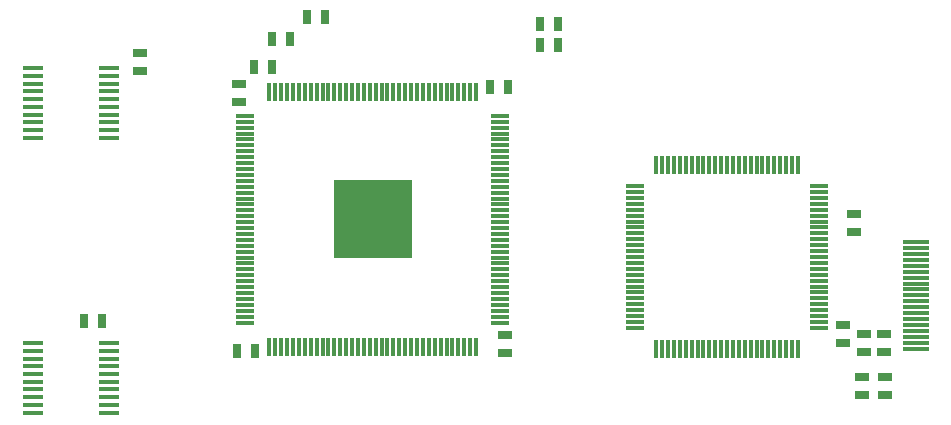
<source format=gtp>
G04 #@! TF.FileFunction,Paste,Top*
%FSLAX46Y46*%
G04 Gerber Fmt 4.6, Leading zero omitted, Abs format (unit mm)*
G04 Created by KiCad (PCBNEW 4.0.4+dfsg1-stable) date Tue Oct 11 00:50:57 2016*
%MOMM*%
%LPD*%
G01*
G04 APERTURE LIST*
%ADD10C,0.150000*%
%ADD11R,2.200000X0.300000*%
%ADD12R,0.300000X1.600000*%
%ADD13R,1.600000X0.300000*%
%ADD14R,6.700000X6.700000*%
%ADD15R,1.143000X0.635000*%
%ADD16R,0.635000X1.143000*%
%ADD17R,1.700000X0.400000*%
G04 APERTURE END LIST*
D10*
D11*
X123300000Y-46650000D03*
X123300000Y-47150000D03*
X123300000Y-47650000D03*
X123300000Y-48150000D03*
X123300000Y-48650000D03*
X123300000Y-49150000D03*
X123300000Y-49650000D03*
X123300000Y-50150000D03*
X123300000Y-50650000D03*
X123300000Y-51150000D03*
X123300000Y-51650000D03*
X123300000Y-52150000D03*
X123300000Y-52650000D03*
X123300000Y-53150000D03*
X123300000Y-53650000D03*
X123300000Y-54150000D03*
X123300000Y-54650000D03*
X123300000Y-55150000D03*
X123300000Y-55650000D03*
D12*
X86050000Y-33900000D03*
X85550000Y-33900000D03*
X85050000Y-33900000D03*
X84550000Y-33900000D03*
X84050000Y-33900000D03*
X83550000Y-33900000D03*
X83050000Y-33900000D03*
X82550000Y-33900000D03*
X82050000Y-33900000D03*
X81550000Y-33900000D03*
X81050000Y-33900000D03*
X80550000Y-33900000D03*
X80050000Y-33900000D03*
X79550000Y-33900000D03*
X79050000Y-33900000D03*
X78550000Y-33900000D03*
X78050000Y-33900000D03*
X77550000Y-33900000D03*
X77050000Y-33900000D03*
X76550000Y-33900000D03*
X76050000Y-33900000D03*
X75550000Y-33900000D03*
X75050000Y-33900000D03*
X74550000Y-33900000D03*
X74050000Y-33900000D03*
X73550000Y-33900000D03*
X73050000Y-33900000D03*
X72550000Y-33900000D03*
X72050000Y-33900000D03*
X71550000Y-33900000D03*
X71050000Y-33900000D03*
X70550000Y-33900000D03*
X70050000Y-33900000D03*
X69550000Y-33900000D03*
X69050000Y-33900000D03*
X68550000Y-33900000D03*
D13*
X66500000Y-35950000D03*
X66500000Y-36450000D03*
X66500000Y-36950000D03*
X66500000Y-37450000D03*
X66500000Y-37950000D03*
X66500000Y-38450000D03*
X66500000Y-38950000D03*
X66500000Y-39450000D03*
X66500000Y-39950000D03*
X66500000Y-40450000D03*
X66500000Y-40950000D03*
X66500000Y-41450000D03*
X66500000Y-41950000D03*
X66500000Y-42450000D03*
X66500000Y-42950000D03*
X66500000Y-43450000D03*
X66500000Y-43950000D03*
X66500000Y-44450000D03*
X66500000Y-44950000D03*
X66500000Y-45450000D03*
X66500000Y-45950000D03*
X66500000Y-46450000D03*
X66500000Y-46950000D03*
X66500000Y-47450000D03*
X66500000Y-47950000D03*
X66500000Y-48450000D03*
X66500000Y-48950000D03*
X66500000Y-49450000D03*
X66500000Y-49950000D03*
X66500000Y-50450000D03*
X66500000Y-50950000D03*
X66500000Y-51450000D03*
X66500000Y-51950000D03*
X66500000Y-52450000D03*
X66500000Y-52950000D03*
X66500000Y-53450000D03*
D12*
X68550000Y-55500000D03*
X69050000Y-55500000D03*
X69550000Y-55500000D03*
X70050000Y-55500000D03*
X70550000Y-55500000D03*
X71050000Y-55500000D03*
X71550000Y-55500000D03*
X72050000Y-55500000D03*
X72550000Y-55500000D03*
X73050000Y-55500000D03*
X73550000Y-55500000D03*
X74050000Y-55500000D03*
X74550000Y-55500000D03*
X75050000Y-55500000D03*
X75550000Y-55500000D03*
X76050000Y-55500000D03*
X76550000Y-55500000D03*
X77050000Y-55500000D03*
X77550000Y-55500000D03*
X78050000Y-55500000D03*
X78550000Y-55500000D03*
X79050000Y-55500000D03*
X79550000Y-55500000D03*
X80050000Y-55500000D03*
X80550000Y-55500000D03*
X81050000Y-55500000D03*
X81550000Y-55500000D03*
X82050000Y-55500000D03*
X82550000Y-55500000D03*
X83050000Y-55500000D03*
X83550000Y-55500000D03*
X84050000Y-55500000D03*
X84550000Y-55500000D03*
X85050000Y-55500000D03*
X85550000Y-55500000D03*
X86050000Y-55500000D03*
D13*
X88100000Y-53450000D03*
X88100000Y-52950000D03*
X88100000Y-52450000D03*
X88100000Y-51950000D03*
X88100000Y-51450000D03*
X88100000Y-50950000D03*
X88100000Y-50450000D03*
X88100000Y-49950000D03*
X88100000Y-49450000D03*
X88100000Y-48950000D03*
X88100000Y-48450000D03*
X88100000Y-47950000D03*
X88100000Y-47450000D03*
X88100000Y-46950000D03*
X88100000Y-46450000D03*
X88100000Y-45950000D03*
X88100000Y-45450000D03*
X88100000Y-44950000D03*
X88100000Y-44450000D03*
X88100000Y-43950000D03*
X88100000Y-43450000D03*
X88100000Y-42950000D03*
X88100000Y-42450000D03*
X88100000Y-41950000D03*
X88100000Y-41450000D03*
X88100000Y-40950000D03*
X88100000Y-40450000D03*
X88100000Y-39950000D03*
X88100000Y-39450000D03*
X88100000Y-38950000D03*
X88100000Y-38450000D03*
X88100000Y-37950000D03*
X88100000Y-37450000D03*
X88100000Y-36950000D03*
X88100000Y-36450000D03*
X88100000Y-35950000D03*
D14*
X77300000Y-44700000D03*
D12*
X101300000Y-55700000D03*
X101800000Y-55700000D03*
X102300000Y-55700000D03*
X102800000Y-55700000D03*
X103300000Y-55700000D03*
X103800000Y-55700000D03*
X104300000Y-55700000D03*
X104800000Y-55700000D03*
X105300000Y-55700000D03*
X105800000Y-55700000D03*
X106300000Y-55700000D03*
X106800000Y-55700000D03*
X107300000Y-55700000D03*
X107800000Y-55700000D03*
X108300000Y-55700000D03*
X108800000Y-55700000D03*
X109300000Y-55700000D03*
X109800000Y-55700000D03*
X110300000Y-55700000D03*
X110800000Y-55700000D03*
X111300000Y-55700000D03*
X111800000Y-55700000D03*
X112300000Y-55700000D03*
X112800000Y-55700000D03*
X113300000Y-55700000D03*
D13*
X115100000Y-53900000D03*
X115100000Y-53400000D03*
X115100000Y-52900000D03*
X115100000Y-52400000D03*
X115100000Y-51900000D03*
X115100000Y-51400000D03*
X115100000Y-50900000D03*
X115100000Y-50400000D03*
X115100000Y-49900000D03*
X115100000Y-49400000D03*
X115100000Y-48900000D03*
X115100000Y-48400000D03*
X115100000Y-47900000D03*
X115100000Y-47400000D03*
X115100000Y-46900000D03*
X115100000Y-46400000D03*
X115100000Y-45900000D03*
X115100000Y-45400000D03*
X115100000Y-44900000D03*
X115100000Y-44400000D03*
X115100000Y-43900000D03*
X115100000Y-43400000D03*
X115100000Y-42900000D03*
X115100000Y-42400000D03*
X115100000Y-41900000D03*
D12*
X113300000Y-40100000D03*
X112800000Y-40100000D03*
X112300000Y-40100000D03*
X111800000Y-40100000D03*
X111300000Y-40100000D03*
X110800000Y-40100000D03*
X110300000Y-40100000D03*
X109800000Y-40100000D03*
X109300000Y-40100000D03*
X108800000Y-40100000D03*
X108300000Y-40100000D03*
X107800000Y-40100000D03*
X107300000Y-40100000D03*
X106800000Y-40100000D03*
X106300000Y-40100000D03*
X105800000Y-40100000D03*
X105300000Y-40100000D03*
X104800000Y-40100000D03*
X104300000Y-40100000D03*
X103800000Y-40100000D03*
X103300000Y-40100000D03*
X102800000Y-40100000D03*
X102300000Y-40100000D03*
X101800000Y-40100000D03*
X101300000Y-40100000D03*
D13*
X99500000Y-41900000D03*
X99500000Y-42400000D03*
X99500000Y-42900000D03*
X99500000Y-43400000D03*
X99500000Y-43900000D03*
X99500000Y-44400000D03*
X99500000Y-44900000D03*
X99500000Y-45400000D03*
X99500000Y-45900000D03*
X99500000Y-46400000D03*
X99500000Y-46900000D03*
X99500000Y-47400000D03*
X99500000Y-47900000D03*
X99500000Y-48400000D03*
X99500000Y-48900000D03*
X99500000Y-49400000D03*
X99500000Y-49900000D03*
X99500000Y-50400000D03*
X99500000Y-50900000D03*
X99500000Y-51400000D03*
X99500000Y-51900000D03*
X99500000Y-52400000D03*
X99500000Y-52900000D03*
X99500000Y-53400000D03*
X99500000Y-53900000D03*
D15*
X118925000Y-55931000D03*
X118925000Y-54407000D03*
X120548000Y-55931000D03*
X120548000Y-54407000D03*
X118750000Y-59604000D03*
X118750000Y-58080000D03*
X120632000Y-58080000D03*
X120632000Y-59604000D03*
X117108000Y-53626000D03*
X117108000Y-55150000D03*
D16*
X91455000Y-29916000D03*
X92979000Y-29916000D03*
D15*
X118040000Y-44248000D03*
X118040000Y-45772000D03*
X88500000Y-54538000D03*
X88500000Y-56062000D03*
D16*
X87259000Y-33498000D03*
X88783000Y-33498000D03*
X92972000Y-28194000D03*
X91448000Y-28194000D03*
X67362000Y-55900000D03*
X65838000Y-55900000D03*
X68762000Y-31800000D03*
X67238000Y-31800000D03*
D15*
X66000000Y-34762000D03*
X66000000Y-33238000D03*
X57592000Y-32179000D03*
X57592000Y-30655000D03*
D16*
X52883000Y-53355000D03*
X54407000Y-53355000D03*
X68778000Y-29444000D03*
X70302000Y-29444000D03*
X71716000Y-27546000D03*
X73240000Y-27546000D03*
D17*
X48512000Y-55218000D03*
X48512000Y-55868000D03*
X48512000Y-56518000D03*
X48512000Y-57168000D03*
X48512000Y-57818000D03*
X48512000Y-58468000D03*
X48512000Y-59118000D03*
X48512000Y-59768000D03*
X48512000Y-60418000D03*
X48512000Y-61068000D03*
X54952000Y-61068000D03*
X54952000Y-60418000D03*
X54952000Y-59768000D03*
X54952000Y-59118000D03*
X54952000Y-58468000D03*
X54952000Y-57818000D03*
X54952000Y-57168000D03*
X54952000Y-56518000D03*
X54952000Y-55868000D03*
X54952000Y-55218000D03*
X48520000Y-31937000D03*
X48520000Y-32587000D03*
X48520000Y-33237000D03*
X48520000Y-33887000D03*
X48520000Y-34537000D03*
X48520000Y-35187000D03*
X48520000Y-35837000D03*
X48520000Y-36487000D03*
X48520000Y-37137000D03*
X48520000Y-37787000D03*
X54960000Y-37787000D03*
X54960000Y-37137000D03*
X54960000Y-36487000D03*
X54960000Y-35837000D03*
X54960000Y-35187000D03*
X54960000Y-34537000D03*
X54960000Y-33887000D03*
X54960000Y-33237000D03*
X54960000Y-32587000D03*
X54960000Y-31937000D03*
M02*

</source>
